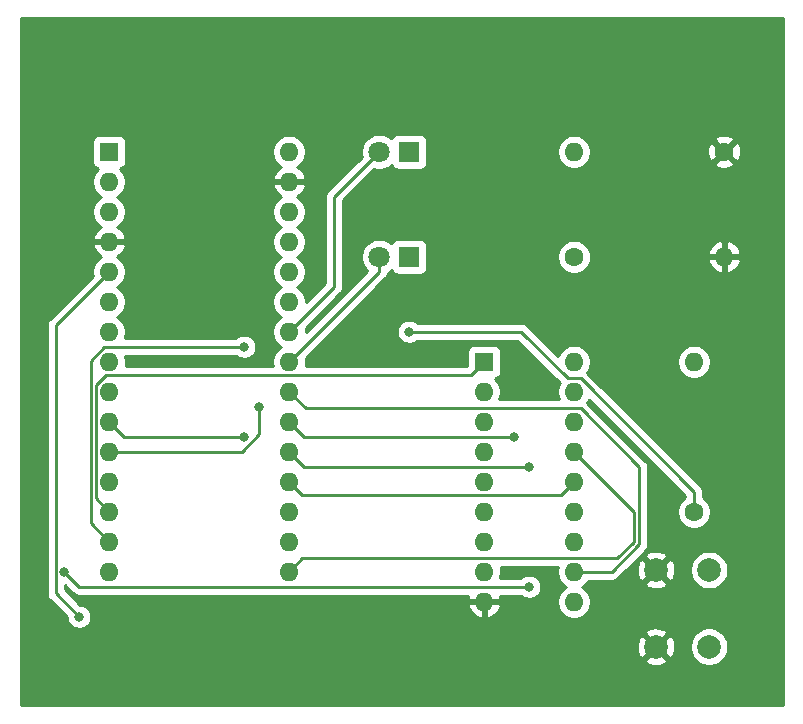
<source format=gbr>
%TF.GenerationSoftware,KiCad,Pcbnew,(5.1.10)-1*%
%TF.CreationDate,2021-07-06T22:39:24+01:00*%
%TF.ProjectId,2114_sram_tester,32313134-5f73-4726-916d-5f7465737465,rev?*%
%TF.SameCoordinates,Original*%
%TF.FileFunction,Copper,L1,Top*%
%TF.FilePolarity,Positive*%
%FSLAX46Y46*%
G04 Gerber Fmt 4.6, Leading zero omitted, Abs format (unit mm)*
G04 Created by KiCad (PCBNEW (5.1.10)-1) date 2021-07-06 22:39:24*
%MOMM*%
%LPD*%
G01*
G04 APERTURE LIST*
%TA.AperFunction,ComponentPad*%
%ADD10C,2.000000*%
%TD*%
%TA.AperFunction,ComponentPad*%
%ADD11O,1.600000X1.600000*%
%TD*%
%TA.AperFunction,ComponentPad*%
%ADD12C,1.600000*%
%TD*%
%TA.AperFunction,ComponentPad*%
%ADD13R,1.600000X1.600000*%
%TD*%
%TA.AperFunction,ComponentPad*%
%ADD14C,1.800000*%
%TD*%
%TA.AperFunction,ComponentPad*%
%ADD15R,1.800000X1.800000*%
%TD*%
%TA.AperFunction,ViaPad*%
%ADD16C,0.800000*%
%TD*%
%TA.AperFunction,Conductor*%
%ADD17C,0.250000*%
%TD*%
%TA.AperFunction,Conductor*%
%ADD18C,0.254000*%
%TD*%
%TA.AperFunction,Conductor*%
%ADD19C,0.100000*%
%TD*%
G04 APERTURE END LIST*
D10*
%TO.P,SW1,1*%
%TO.N,GND*%
X145360000Y-97640000D03*
%TO.P,SW1,2*%
%TO.N,Switch*%
X149860000Y-97640000D03*
%TO.P,SW1,1*%
%TO.N,GND*%
X145360000Y-104140000D03*
%TO.P,SW1,2*%
%TO.N,Switch*%
X149860000Y-104140000D03*
%TD*%
D11*
%TO.P,R3,2*%
%TO.N,5vPower*%
X148590000Y-80010000D03*
D12*
%TO.P,R3,1*%
%TO.N,Switch*%
X148590000Y-92710000D03*
%TD*%
D11*
%TO.P,R2,2*%
%TO.N,GND*%
X151130000Y-71120000D03*
D12*
%TO.P,R2,1*%
%TO.N,Net-(D2-Pad1)*%
X138430000Y-71120000D03*
%TD*%
D11*
%TO.P,R1,2*%
%TO.N,Net-(D1-Pad1)*%
X138430000Y-62230000D03*
D12*
%TO.P,R1,1*%
%TO.N,GND*%
X151130000Y-62230000D03*
%TD*%
D11*
%TO.P,A1,16*%
%TO.N,SRAM_A9*%
X114300000Y-97790000D03*
%TO.P,A1,15*%
%TO.N,SRAM_A8*%
X99060000Y-97790000D03*
%TO.P,A1,30*%
%TO.N,Net-(A1-Pad30)*%
X114300000Y-62230000D03*
%TO.P,A1,14*%
%TO.N,SRAM_A7*%
X99060000Y-95250000D03*
%TO.P,A1,29*%
%TO.N,GND*%
X114300000Y-64770000D03*
%TO.P,A1,13*%
%TO.N,SRAM_A6*%
X99060000Y-92710000D03*
%TO.P,A1,28*%
%TO.N,Net-(A1-Pad28)*%
X114300000Y-67310000D03*
%TO.P,A1,12*%
%TO.N,SRAM_A5*%
X99060000Y-90170000D03*
%TO.P,A1,27*%
%TO.N,5vPower*%
X114300000Y-69850000D03*
%TO.P,A1,11*%
%TO.N,SRAM_A4*%
X99060000Y-87630000D03*
%TO.P,A1,26*%
%TO.N,Net-(A1-Pad26)*%
X114300000Y-72390000D03*
%TO.P,A1,10*%
%TO.N,SRAM_A3*%
X99060000Y-85090000D03*
%TO.P,A1,25*%
%TO.N,Switch*%
X114300000Y-74930000D03*
%TO.P,A1,9*%
%TO.N,SRAM_A2*%
X99060000Y-82550000D03*
%TO.P,A1,24*%
%TO.N,Red_LED*%
X114300000Y-77470000D03*
%TO.P,A1,8*%
%TO.N,SRAM_A1*%
X99060000Y-80010000D03*
%TO.P,A1,23*%
%TO.N,Green_LED*%
X114300000Y-80010000D03*
%TO.P,A1,7*%
%TO.N,SRAM_A0*%
X99060000Y-77470000D03*
%TO.P,A1,22*%
%TO.N,Data_4*%
X114300000Y-82550000D03*
%TO.P,A1,6*%
%TO.N,Write_Enable*%
X99060000Y-74930000D03*
%TO.P,A1,21*%
%TO.N,Data_3*%
X114300000Y-85090000D03*
%TO.P,A1,5*%
%TO.N,Chip_Select*%
X99060000Y-72390000D03*
%TO.P,A1,20*%
%TO.N,Data_2*%
X114300000Y-87630000D03*
%TO.P,A1,4*%
%TO.N,GND*%
X99060000Y-69850000D03*
%TO.P,A1,19*%
%TO.N,Data_1*%
X114300000Y-90170000D03*
%TO.P,A1,3*%
%TO.N,Net-(A1-Pad3)*%
X99060000Y-67310000D03*
%TO.P,A1,18*%
%TO.N,Net-(A1-Pad18)*%
X114300000Y-92710000D03*
%TO.P,A1,2*%
%TO.N,Net-(A1-Pad2)*%
X99060000Y-64770000D03*
%TO.P,A1,17*%
%TO.N,Net-(A1-Pad17)*%
X114300000Y-95250000D03*
D13*
%TO.P,A1,1*%
%TO.N,Net-(A1-Pad1)*%
X99060000Y-62230000D03*
%TD*%
D11*
%TO.P,J1,18*%
%TO.N,5vPower*%
X138430000Y-80010000D03*
%TO.P,J1,9*%
%TO.N,GND*%
X130810000Y-100330000D03*
%TO.P,J1,17*%
%TO.N,SRAM_A7*%
X138430000Y-82550000D03*
%TO.P,J1,8*%
%TO.N,Chip_Select*%
X130810000Y-97790000D03*
%TO.P,J1,16*%
%TO.N,SRAM_A8*%
X138430000Y-85090000D03*
%TO.P,J1,7*%
%TO.N,SRAM_A2*%
X130810000Y-95250000D03*
%TO.P,J1,15*%
%TO.N,SRAM_A9*%
X138430000Y-87630000D03*
%TO.P,J1,6*%
%TO.N,SRAM_A1*%
X130810000Y-92710000D03*
%TO.P,J1,14*%
%TO.N,Data_1*%
X138430000Y-90170000D03*
%TO.P,J1,5*%
%TO.N,SRAM_A0*%
X130810000Y-90170000D03*
%TO.P,J1,13*%
%TO.N,Data_2*%
X138430000Y-92710000D03*
%TO.P,J1,4*%
%TO.N,SRAM_A3*%
X130810000Y-87630000D03*
%TO.P,J1,12*%
%TO.N,Data_3*%
X138430000Y-95250000D03*
%TO.P,J1,3*%
%TO.N,SRAM_A4*%
X130810000Y-85090000D03*
%TO.P,J1,11*%
%TO.N,Data_4*%
X138430000Y-97790000D03*
%TO.P,J1,2*%
%TO.N,SRAM_A5*%
X130810000Y-82550000D03*
%TO.P,J1,10*%
%TO.N,Write_Enable*%
X138430000Y-100330000D03*
D13*
%TO.P,J1,1*%
%TO.N,SRAM_A6*%
X130810000Y-80010000D03*
%TD*%
D14*
%TO.P,D2,2*%
%TO.N,Green_LED*%
X121920000Y-71120000D03*
D15*
%TO.P,D2,1*%
%TO.N,Net-(D2-Pad1)*%
X124460000Y-71120000D03*
%TD*%
D14*
%TO.P,D1,2*%
%TO.N,Red_LED*%
X121920000Y-62230000D03*
D15*
%TO.P,D1,1*%
%TO.N,Net-(D1-Pad1)*%
X124460000Y-62230000D03*
%TD*%
D16*
%TO.N,SRAM_A7*%
X110490000Y-78740000D03*
%TO.N,SRAM_A4*%
X111760000Y-83820000D03*
%TO.N,SRAM_A3*%
X110490000Y-86360000D03*
%TO.N,Write_Enable*%
X134620000Y-99060000D03*
X95250000Y-97790000D03*
%TO.N,Data_3*%
X133350000Y-86360000D03*
%TO.N,Chip_Select*%
X96520000Y-101600000D03*
%TO.N,Data_2*%
X134620000Y-88900000D03*
%TO.N,Switch*%
X124460000Y-77470000D03*
%TD*%
D17*
%TO.N,SRAM_A9*%
X115425001Y-96664999D02*
X142095001Y-96664999D01*
X114300000Y-97790000D02*
X115425001Y-96664999D01*
X142095001Y-96664999D02*
X143510000Y-95250000D01*
X143510000Y-92710000D02*
X138430000Y-87630000D01*
X143510000Y-95250000D02*
X143510000Y-92710000D01*
%TO.N,SRAM_A7*%
X98664998Y-78740000D02*
X110490000Y-78740000D01*
X97484990Y-79920008D02*
X98664998Y-78740000D01*
X97484990Y-93674990D02*
X97484990Y-79920008D01*
X99060000Y-95250000D02*
X97484990Y-93674990D01*
%TO.N,SRAM_A6*%
X97934999Y-91584999D02*
X99060000Y-92710000D01*
X97934999Y-82009999D02*
X97934999Y-91584999D01*
X98809997Y-81135001D02*
X97934999Y-82009999D01*
X129684999Y-81135001D02*
X98809997Y-81135001D01*
X130810000Y-80010000D02*
X129684999Y-81135001D01*
%TO.N,SRAM_A4*%
X110293002Y-87630000D02*
X99060000Y-87630000D01*
X111760000Y-86163002D02*
X110293002Y-87630000D01*
X111760000Y-83820000D02*
X111760000Y-86163002D01*
%TO.N,SRAM_A3*%
X100330000Y-86360000D02*
X99060000Y-85090000D01*
X110490000Y-86360000D02*
X100330000Y-86360000D01*
%TO.N,Red_LED*%
X118110000Y-73660000D02*
X114300000Y-77470000D01*
X118110000Y-66040000D02*
X121920000Y-62230000D01*
X118110000Y-73660000D02*
X118110000Y-66040000D01*
%TO.N,Green_LED*%
X114300000Y-80010000D02*
X121920000Y-72390000D01*
X121920000Y-72390000D02*
X121920000Y-71120000D01*
%TO.N,Data_4*%
X143960009Y-95436401D02*
X141606410Y-97790000D01*
X143960009Y-88955007D02*
X143960009Y-95436401D01*
X138970001Y-83964999D02*
X143960009Y-88955007D01*
X141606410Y-97790000D02*
X138430000Y-97790000D01*
X115714999Y-83964999D02*
X138970001Y-83964999D01*
X114300000Y-82550000D02*
X115714999Y-83964999D01*
%TO.N,Write_Enable*%
X96520000Y-99060000D02*
X95250000Y-97790000D01*
X134620000Y-99060000D02*
X96520000Y-99060000D01*
%TO.N,Data_3*%
X115570000Y-86360000D02*
X133350000Y-86360000D01*
X114300000Y-85090000D02*
X115570000Y-86360000D01*
%TO.N,Chip_Select*%
X94524999Y-76925001D02*
X99060000Y-72390000D01*
X94524999Y-99604999D02*
X94524999Y-76925001D01*
X96520000Y-101600000D02*
X94524999Y-99604999D01*
%TO.N,Data_2*%
X115570000Y-88900000D02*
X134620000Y-88900000D01*
X114300000Y-87630000D02*
X115570000Y-88900000D01*
%TO.N,Data_1*%
X137304999Y-91295001D02*
X138430000Y-90170000D01*
X115425001Y-91295001D02*
X137304999Y-91295001D01*
X114300000Y-90170000D02*
X115425001Y-91295001D01*
%TO.N,Switch*%
X133935000Y-77470000D02*
X124460000Y-77470000D01*
X137889999Y-81424999D02*
X133935000Y-77470000D01*
X138970001Y-81424999D02*
X137889999Y-81424999D01*
X148590000Y-91044998D02*
X138970001Y-81424999D01*
X148590000Y-92710000D02*
X148590000Y-91044998D01*
%TD*%
D18*
%TO.N,GND*%
X156083000Y-109093000D02*
X91567000Y-109093000D01*
X91567000Y-105275413D01*
X144404192Y-105275413D01*
X144499956Y-105539814D01*
X144789571Y-105680704D01*
X145101108Y-105762384D01*
X145422595Y-105781718D01*
X145741675Y-105737961D01*
X146046088Y-105632795D01*
X146220044Y-105539814D01*
X146315808Y-105275413D01*
X145360000Y-104319605D01*
X144404192Y-105275413D01*
X91567000Y-105275413D01*
X91567000Y-104202595D01*
X143718282Y-104202595D01*
X143762039Y-104521675D01*
X143867205Y-104826088D01*
X143960186Y-105000044D01*
X144224587Y-105095808D01*
X145180395Y-104140000D01*
X145539605Y-104140000D01*
X146495413Y-105095808D01*
X146759814Y-105000044D01*
X146900704Y-104710429D01*
X146982384Y-104398892D01*
X147001718Y-104077405D01*
X146988219Y-103978967D01*
X148225000Y-103978967D01*
X148225000Y-104301033D01*
X148287832Y-104616912D01*
X148411082Y-104914463D01*
X148590013Y-105182252D01*
X148817748Y-105409987D01*
X149085537Y-105588918D01*
X149383088Y-105712168D01*
X149698967Y-105775000D01*
X150021033Y-105775000D01*
X150336912Y-105712168D01*
X150634463Y-105588918D01*
X150902252Y-105409987D01*
X151129987Y-105182252D01*
X151308918Y-104914463D01*
X151432168Y-104616912D01*
X151495000Y-104301033D01*
X151495000Y-103978967D01*
X151432168Y-103663088D01*
X151308918Y-103365537D01*
X151129987Y-103097748D01*
X150902252Y-102870013D01*
X150634463Y-102691082D01*
X150336912Y-102567832D01*
X150021033Y-102505000D01*
X149698967Y-102505000D01*
X149383088Y-102567832D01*
X149085537Y-102691082D01*
X148817748Y-102870013D01*
X148590013Y-103097748D01*
X148411082Y-103365537D01*
X148287832Y-103663088D01*
X148225000Y-103978967D01*
X146988219Y-103978967D01*
X146957961Y-103758325D01*
X146852795Y-103453912D01*
X146759814Y-103279956D01*
X146495413Y-103184192D01*
X145539605Y-104140000D01*
X145180395Y-104140000D01*
X144224587Y-103184192D01*
X143960186Y-103279956D01*
X143819296Y-103569571D01*
X143737616Y-103881108D01*
X143718282Y-104202595D01*
X91567000Y-104202595D01*
X91567000Y-103004587D01*
X144404192Y-103004587D01*
X145360000Y-103960395D01*
X146315808Y-103004587D01*
X146220044Y-102740186D01*
X145930429Y-102599296D01*
X145618892Y-102517616D01*
X145297405Y-102498282D01*
X144978325Y-102542039D01*
X144673912Y-102647205D01*
X144499956Y-102740186D01*
X144404192Y-103004587D01*
X91567000Y-103004587D01*
X91567000Y-76925001D01*
X93761323Y-76925001D01*
X93765000Y-76962334D01*
X93764999Y-99567677D01*
X93761323Y-99604999D01*
X93764999Y-99642321D01*
X93764999Y-99642331D01*
X93775996Y-99753984D01*
X93819453Y-99897245D01*
X93890025Y-100029275D01*
X93911323Y-100055226D01*
X93984998Y-100145000D01*
X94014001Y-100168803D01*
X95485000Y-101639802D01*
X95485000Y-101701939D01*
X95524774Y-101901898D01*
X95602795Y-102090256D01*
X95716063Y-102259774D01*
X95860226Y-102403937D01*
X96029744Y-102517205D01*
X96218102Y-102595226D01*
X96418061Y-102635000D01*
X96621939Y-102635000D01*
X96821898Y-102595226D01*
X97010256Y-102517205D01*
X97179774Y-102403937D01*
X97323937Y-102259774D01*
X97437205Y-102090256D01*
X97515226Y-101901898D01*
X97555000Y-101701939D01*
X97555000Y-101498061D01*
X97515226Y-101298102D01*
X97437205Y-101109744D01*
X97323937Y-100940226D01*
X97179774Y-100796063D01*
X97010256Y-100682795D01*
X97001189Y-100679039D01*
X129418096Y-100679039D01*
X129458754Y-100813087D01*
X129578963Y-101067420D01*
X129746481Y-101293414D01*
X129954869Y-101482385D01*
X130196119Y-101627070D01*
X130460960Y-101721909D01*
X130683000Y-101600624D01*
X130683000Y-100457000D01*
X130937000Y-100457000D01*
X130937000Y-101600624D01*
X131159040Y-101721909D01*
X131423881Y-101627070D01*
X131665131Y-101482385D01*
X131873519Y-101293414D01*
X132041037Y-101067420D01*
X132161246Y-100813087D01*
X132201904Y-100679039D01*
X132079915Y-100457000D01*
X130937000Y-100457000D01*
X130683000Y-100457000D01*
X129540085Y-100457000D01*
X129418096Y-100679039D01*
X97001189Y-100679039D01*
X96821898Y-100604774D01*
X96621939Y-100565000D01*
X96559802Y-100565000D01*
X95284999Y-99290198D01*
X95284999Y-98899800D01*
X95956201Y-99571003D01*
X95979999Y-99600001D01*
X96095724Y-99694974D01*
X96227753Y-99765546D01*
X96371014Y-99809003D01*
X96482667Y-99820000D01*
X96482676Y-99820000D01*
X96519999Y-99823676D01*
X96557322Y-99820000D01*
X129471474Y-99820000D01*
X129458754Y-99846913D01*
X129418096Y-99980961D01*
X129540085Y-100203000D01*
X130683000Y-100203000D01*
X130683000Y-100183000D01*
X130937000Y-100183000D01*
X130937000Y-100203000D01*
X132079915Y-100203000D01*
X132201904Y-99980961D01*
X132161246Y-99846913D01*
X132148526Y-99820000D01*
X133916289Y-99820000D01*
X133960226Y-99863937D01*
X134129744Y-99977205D01*
X134318102Y-100055226D01*
X134518061Y-100095000D01*
X134721939Y-100095000D01*
X134921898Y-100055226D01*
X135110256Y-99977205D01*
X135279774Y-99863937D01*
X135423937Y-99719774D01*
X135537205Y-99550256D01*
X135615226Y-99361898D01*
X135655000Y-99161939D01*
X135655000Y-98958061D01*
X135615226Y-98758102D01*
X135537205Y-98569744D01*
X135423937Y-98400226D01*
X135279774Y-98256063D01*
X135110256Y-98142795D01*
X134921898Y-98064774D01*
X134721939Y-98025000D01*
X134518061Y-98025000D01*
X134318102Y-98064774D01*
X134129744Y-98142795D01*
X133960226Y-98256063D01*
X133916289Y-98300000D01*
X132151983Y-98300000D01*
X132189853Y-98208574D01*
X132245000Y-97931335D01*
X132245000Y-97648665D01*
X132200509Y-97424999D01*
X137039491Y-97424999D01*
X136995000Y-97648665D01*
X136995000Y-97931335D01*
X137050147Y-98208574D01*
X137158320Y-98469727D01*
X137315363Y-98704759D01*
X137515241Y-98904637D01*
X137747759Y-99060000D01*
X137515241Y-99215363D01*
X137315363Y-99415241D01*
X137158320Y-99650273D01*
X137050147Y-99911426D01*
X136995000Y-100188665D01*
X136995000Y-100471335D01*
X137050147Y-100748574D01*
X137158320Y-101009727D01*
X137315363Y-101244759D01*
X137515241Y-101444637D01*
X137750273Y-101601680D01*
X138011426Y-101709853D01*
X138288665Y-101765000D01*
X138571335Y-101765000D01*
X138848574Y-101709853D01*
X139109727Y-101601680D01*
X139344759Y-101444637D01*
X139544637Y-101244759D01*
X139701680Y-101009727D01*
X139809853Y-100748574D01*
X139865000Y-100471335D01*
X139865000Y-100188665D01*
X139809853Y-99911426D01*
X139701680Y-99650273D01*
X139544637Y-99415241D01*
X139344759Y-99215363D01*
X139112241Y-99060000D01*
X139344759Y-98904637D01*
X139473983Y-98775413D01*
X144404192Y-98775413D01*
X144499956Y-99039814D01*
X144789571Y-99180704D01*
X145101108Y-99262384D01*
X145422595Y-99281718D01*
X145741675Y-99237961D01*
X146046088Y-99132795D01*
X146220044Y-99039814D01*
X146315808Y-98775413D01*
X145360000Y-97819605D01*
X144404192Y-98775413D01*
X139473983Y-98775413D01*
X139544637Y-98704759D01*
X139648043Y-98550000D01*
X141569088Y-98550000D01*
X141606410Y-98553676D01*
X141643732Y-98550000D01*
X141643743Y-98550000D01*
X141755396Y-98539003D01*
X141898657Y-98495546D01*
X142030686Y-98424974D01*
X142146411Y-98330001D01*
X142170214Y-98300997D01*
X142768616Y-97702595D01*
X143718282Y-97702595D01*
X143762039Y-98021675D01*
X143867205Y-98326088D01*
X143960186Y-98500044D01*
X144224587Y-98595808D01*
X145180395Y-97640000D01*
X145539605Y-97640000D01*
X146495413Y-98595808D01*
X146759814Y-98500044D01*
X146900704Y-98210429D01*
X146982384Y-97898892D01*
X147001718Y-97577405D01*
X146988219Y-97478967D01*
X148225000Y-97478967D01*
X148225000Y-97801033D01*
X148287832Y-98116912D01*
X148411082Y-98414463D01*
X148590013Y-98682252D01*
X148817748Y-98909987D01*
X149085537Y-99088918D01*
X149383088Y-99212168D01*
X149698967Y-99275000D01*
X150021033Y-99275000D01*
X150336912Y-99212168D01*
X150634463Y-99088918D01*
X150902252Y-98909987D01*
X151129987Y-98682252D01*
X151308918Y-98414463D01*
X151432168Y-98116912D01*
X151495000Y-97801033D01*
X151495000Y-97478967D01*
X151432168Y-97163088D01*
X151308918Y-96865537D01*
X151129987Y-96597748D01*
X150902252Y-96370013D01*
X150634463Y-96191082D01*
X150336912Y-96067832D01*
X150021033Y-96005000D01*
X149698967Y-96005000D01*
X149383088Y-96067832D01*
X149085537Y-96191082D01*
X148817748Y-96370013D01*
X148590013Y-96597748D01*
X148411082Y-96865537D01*
X148287832Y-97163088D01*
X148225000Y-97478967D01*
X146988219Y-97478967D01*
X146957961Y-97258325D01*
X146852795Y-96953912D01*
X146759814Y-96779956D01*
X146495413Y-96684192D01*
X145539605Y-97640000D01*
X145180395Y-97640000D01*
X144224587Y-96684192D01*
X143960186Y-96779956D01*
X143819296Y-97069571D01*
X143737616Y-97381108D01*
X143718282Y-97702595D01*
X142768616Y-97702595D01*
X143966624Y-96504587D01*
X144404192Y-96504587D01*
X145360000Y-97460395D01*
X146315808Y-96504587D01*
X146220044Y-96240186D01*
X145930429Y-96099296D01*
X145618892Y-96017616D01*
X145297405Y-95998282D01*
X144978325Y-96042039D01*
X144673912Y-96147205D01*
X144499956Y-96240186D01*
X144404192Y-96504587D01*
X143966624Y-96504587D01*
X144471012Y-96000200D01*
X144500010Y-95976402D01*
X144594983Y-95860677D01*
X144665555Y-95728648D01*
X144709012Y-95585387D01*
X144720009Y-95473734D01*
X144723686Y-95436401D01*
X144720009Y-95399068D01*
X144720009Y-88992329D01*
X144723685Y-88955007D01*
X144720009Y-88917684D01*
X144720009Y-88917674D01*
X144709012Y-88806021D01*
X144665555Y-88662760D01*
X144630994Y-88598102D01*
X144594983Y-88530730D01*
X144523808Y-88444004D01*
X144500010Y-88415006D01*
X144471013Y-88391209D01*
X139544600Y-83464796D01*
X139544637Y-83464759D01*
X139700978Y-83230777D01*
X147830001Y-91359801D01*
X147830001Y-91491956D01*
X147675241Y-91595363D01*
X147475363Y-91795241D01*
X147318320Y-92030273D01*
X147210147Y-92291426D01*
X147155000Y-92568665D01*
X147155000Y-92851335D01*
X147210147Y-93128574D01*
X147318320Y-93389727D01*
X147475363Y-93624759D01*
X147675241Y-93824637D01*
X147910273Y-93981680D01*
X148171426Y-94089853D01*
X148448665Y-94145000D01*
X148731335Y-94145000D01*
X149008574Y-94089853D01*
X149269727Y-93981680D01*
X149504759Y-93824637D01*
X149704637Y-93624759D01*
X149861680Y-93389727D01*
X149969853Y-93128574D01*
X150025000Y-92851335D01*
X150025000Y-92568665D01*
X149969853Y-92291426D01*
X149861680Y-92030273D01*
X149704637Y-91795241D01*
X149504759Y-91595363D01*
X149350000Y-91491957D01*
X149350000Y-91082320D01*
X149353676Y-91044997D01*
X149350000Y-91007674D01*
X149350000Y-91007665D01*
X149339003Y-90896012D01*
X149295546Y-90752751D01*
X149224974Y-90620721D01*
X149153799Y-90533995D01*
X149130001Y-90504997D01*
X149101003Y-90481199D01*
X139544600Y-80924796D01*
X139544637Y-80924759D01*
X139701680Y-80689727D01*
X139809853Y-80428574D01*
X139865000Y-80151335D01*
X139865000Y-79868665D01*
X147155000Y-79868665D01*
X147155000Y-80151335D01*
X147210147Y-80428574D01*
X147318320Y-80689727D01*
X147475363Y-80924759D01*
X147675241Y-81124637D01*
X147910273Y-81281680D01*
X148171426Y-81389853D01*
X148448665Y-81445000D01*
X148731335Y-81445000D01*
X149008574Y-81389853D01*
X149269727Y-81281680D01*
X149504759Y-81124637D01*
X149704637Y-80924759D01*
X149861680Y-80689727D01*
X149969853Y-80428574D01*
X150025000Y-80151335D01*
X150025000Y-79868665D01*
X149969853Y-79591426D01*
X149861680Y-79330273D01*
X149704637Y-79095241D01*
X149504759Y-78895363D01*
X149269727Y-78738320D01*
X149008574Y-78630147D01*
X148731335Y-78575000D01*
X148448665Y-78575000D01*
X148171426Y-78630147D01*
X147910273Y-78738320D01*
X147675241Y-78895363D01*
X147475363Y-79095241D01*
X147318320Y-79330273D01*
X147210147Y-79591426D01*
X147155000Y-79868665D01*
X139865000Y-79868665D01*
X139809853Y-79591426D01*
X139701680Y-79330273D01*
X139544637Y-79095241D01*
X139344759Y-78895363D01*
X139109727Y-78738320D01*
X138848574Y-78630147D01*
X138571335Y-78575000D01*
X138288665Y-78575000D01*
X138011426Y-78630147D01*
X137750273Y-78738320D01*
X137515241Y-78895363D01*
X137315363Y-79095241D01*
X137158320Y-79330273D01*
X137073895Y-79534093D01*
X134498804Y-76959003D01*
X134475001Y-76929999D01*
X134359276Y-76835026D01*
X134227247Y-76764454D01*
X134083986Y-76720997D01*
X133972333Y-76710000D01*
X133972322Y-76710000D01*
X133935000Y-76706324D01*
X133897678Y-76710000D01*
X125163711Y-76710000D01*
X125119774Y-76666063D01*
X124950256Y-76552795D01*
X124761898Y-76474774D01*
X124561939Y-76435000D01*
X124358061Y-76435000D01*
X124158102Y-76474774D01*
X123969744Y-76552795D01*
X123800226Y-76666063D01*
X123656063Y-76810226D01*
X123542795Y-76979744D01*
X123464774Y-77168102D01*
X123425000Y-77368061D01*
X123425000Y-77571939D01*
X123464774Y-77771898D01*
X123542795Y-77960256D01*
X123656063Y-78129774D01*
X123800226Y-78273937D01*
X123969744Y-78387205D01*
X124158102Y-78465226D01*
X124358061Y-78505000D01*
X124561939Y-78505000D01*
X124761898Y-78465226D01*
X124950256Y-78387205D01*
X125119774Y-78273937D01*
X125163711Y-78230000D01*
X133620199Y-78230000D01*
X137199236Y-81809038D01*
X137158320Y-81870273D01*
X137050147Y-82131426D01*
X136995000Y-82408665D01*
X136995000Y-82691335D01*
X137050147Y-82968574D01*
X137148077Y-83204999D01*
X132091923Y-83204999D01*
X132189853Y-82968574D01*
X132245000Y-82691335D01*
X132245000Y-82408665D01*
X132189853Y-82131426D01*
X132081680Y-81870273D01*
X131924637Y-81635241D01*
X131726039Y-81436643D01*
X131734482Y-81435812D01*
X131854180Y-81399502D01*
X131964494Y-81340537D01*
X132061185Y-81261185D01*
X132140537Y-81164494D01*
X132199502Y-81054180D01*
X132235812Y-80934482D01*
X132248072Y-80810000D01*
X132248072Y-79210000D01*
X132235812Y-79085518D01*
X132199502Y-78965820D01*
X132140537Y-78855506D01*
X132061185Y-78758815D01*
X131964494Y-78679463D01*
X131854180Y-78620498D01*
X131734482Y-78584188D01*
X131610000Y-78571928D01*
X130010000Y-78571928D01*
X129885518Y-78584188D01*
X129765820Y-78620498D01*
X129655506Y-78679463D01*
X129558815Y-78758815D01*
X129479463Y-78855506D01*
X129420498Y-78965820D01*
X129384188Y-79085518D01*
X129371928Y-79210000D01*
X129371928Y-80373271D01*
X129370198Y-80375001D01*
X115690509Y-80375001D01*
X115735000Y-80151335D01*
X115735000Y-79868665D01*
X115698688Y-79686113D01*
X122431004Y-72953798D01*
X122460001Y-72930001D01*
X122554974Y-72814276D01*
X122625546Y-72682247D01*
X122669003Y-72538986D01*
X122676734Y-72460495D01*
X122898505Y-72312312D01*
X122964944Y-72245873D01*
X122970498Y-72264180D01*
X123029463Y-72374494D01*
X123108815Y-72471185D01*
X123205506Y-72550537D01*
X123315820Y-72609502D01*
X123435518Y-72645812D01*
X123560000Y-72658072D01*
X125360000Y-72658072D01*
X125484482Y-72645812D01*
X125604180Y-72609502D01*
X125714494Y-72550537D01*
X125811185Y-72471185D01*
X125890537Y-72374494D01*
X125949502Y-72264180D01*
X125985812Y-72144482D01*
X125998072Y-72020000D01*
X125998072Y-70978665D01*
X136995000Y-70978665D01*
X136995000Y-71261335D01*
X137050147Y-71538574D01*
X137158320Y-71799727D01*
X137315363Y-72034759D01*
X137515241Y-72234637D01*
X137750273Y-72391680D01*
X138011426Y-72499853D01*
X138288665Y-72555000D01*
X138571335Y-72555000D01*
X138848574Y-72499853D01*
X139109727Y-72391680D01*
X139344759Y-72234637D01*
X139544637Y-72034759D01*
X139701680Y-71799727D01*
X139809853Y-71538574D01*
X139823684Y-71469039D01*
X149738096Y-71469039D01*
X149778754Y-71603087D01*
X149898963Y-71857420D01*
X150066481Y-72083414D01*
X150274869Y-72272385D01*
X150516119Y-72417070D01*
X150780960Y-72511909D01*
X151003000Y-72390624D01*
X151003000Y-71247000D01*
X151257000Y-71247000D01*
X151257000Y-72390624D01*
X151479040Y-72511909D01*
X151743881Y-72417070D01*
X151985131Y-72272385D01*
X152193519Y-72083414D01*
X152361037Y-71857420D01*
X152481246Y-71603087D01*
X152521904Y-71469039D01*
X152399915Y-71247000D01*
X151257000Y-71247000D01*
X151003000Y-71247000D01*
X149860085Y-71247000D01*
X149738096Y-71469039D01*
X139823684Y-71469039D01*
X139865000Y-71261335D01*
X139865000Y-70978665D01*
X139823685Y-70770961D01*
X149738096Y-70770961D01*
X149860085Y-70993000D01*
X151003000Y-70993000D01*
X151003000Y-69849376D01*
X151257000Y-69849376D01*
X151257000Y-70993000D01*
X152399915Y-70993000D01*
X152521904Y-70770961D01*
X152481246Y-70636913D01*
X152361037Y-70382580D01*
X152193519Y-70156586D01*
X151985131Y-69967615D01*
X151743881Y-69822930D01*
X151479040Y-69728091D01*
X151257000Y-69849376D01*
X151003000Y-69849376D01*
X150780960Y-69728091D01*
X150516119Y-69822930D01*
X150274869Y-69967615D01*
X150066481Y-70156586D01*
X149898963Y-70382580D01*
X149778754Y-70636913D01*
X149738096Y-70770961D01*
X139823685Y-70770961D01*
X139809853Y-70701426D01*
X139701680Y-70440273D01*
X139544637Y-70205241D01*
X139344759Y-70005363D01*
X139109727Y-69848320D01*
X138848574Y-69740147D01*
X138571335Y-69685000D01*
X138288665Y-69685000D01*
X138011426Y-69740147D01*
X137750273Y-69848320D01*
X137515241Y-70005363D01*
X137315363Y-70205241D01*
X137158320Y-70440273D01*
X137050147Y-70701426D01*
X136995000Y-70978665D01*
X125998072Y-70978665D01*
X125998072Y-70220000D01*
X125985812Y-70095518D01*
X125949502Y-69975820D01*
X125890537Y-69865506D01*
X125811185Y-69768815D01*
X125714494Y-69689463D01*
X125604180Y-69630498D01*
X125484482Y-69594188D01*
X125360000Y-69581928D01*
X123560000Y-69581928D01*
X123435518Y-69594188D01*
X123315820Y-69630498D01*
X123205506Y-69689463D01*
X123108815Y-69768815D01*
X123029463Y-69865506D01*
X122970498Y-69975820D01*
X122964944Y-69994127D01*
X122898505Y-69927688D01*
X122647095Y-69759701D01*
X122367743Y-69643989D01*
X122071184Y-69585000D01*
X121768816Y-69585000D01*
X121472257Y-69643989D01*
X121192905Y-69759701D01*
X120941495Y-69927688D01*
X120727688Y-70141495D01*
X120559701Y-70392905D01*
X120443989Y-70672257D01*
X120385000Y-70968816D01*
X120385000Y-71271184D01*
X120443989Y-71567743D01*
X120559701Y-71847095D01*
X120727688Y-72098505D01*
X120932191Y-72303008D01*
X115735000Y-77500199D01*
X115735000Y-77328665D01*
X115698688Y-77146113D01*
X118621004Y-74223798D01*
X118650001Y-74200001D01*
X118744974Y-74084276D01*
X118815546Y-73952247D01*
X118859003Y-73808986D01*
X118870000Y-73697333D01*
X118870000Y-73697325D01*
X118873676Y-73660000D01*
X118870000Y-73622675D01*
X118870000Y-66354801D01*
X121511070Y-63713731D01*
X121768816Y-63765000D01*
X122071184Y-63765000D01*
X122367743Y-63706011D01*
X122647095Y-63590299D01*
X122898505Y-63422312D01*
X122964944Y-63355873D01*
X122970498Y-63374180D01*
X123029463Y-63484494D01*
X123108815Y-63581185D01*
X123205506Y-63660537D01*
X123315820Y-63719502D01*
X123435518Y-63755812D01*
X123560000Y-63768072D01*
X125360000Y-63768072D01*
X125484482Y-63755812D01*
X125604180Y-63719502D01*
X125714494Y-63660537D01*
X125811185Y-63581185D01*
X125890537Y-63484494D01*
X125949502Y-63374180D01*
X125985812Y-63254482D01*
X125998072Y-63130000D01*
X125998072Y-62088665D01*
X136995000Y-62088665D01*
X136995000Y-62371335D01*
X137050147Y-62648574D01*
X137158320Y-62909727D01*
X137315363Y-63144759D01*
X137515241Y-63344637D01*
X137750273Y-63501680D01*
X138011426Y-63609853D01*
X138288665Y-63665000D01*
X138571335Y-63665000D01*
X138848574Y-63609853D01*
X139109727Y-63501680D01*
X139344759Y-63344637D01*
X139466694Y-63222702D01*
X150316903Y-63222702D01*
X150388486Y-63466671D01*
X150643996Y-63587571D01*
X150918184Y-63656300D01*
X151200512Y-63670217D01*
X151480130Y-63628787D01*
X151746292Y-63533603D01*
X151871514Y-63466671D01*
X151943097Y-63222702D01*
X151130000Y-62409605D01*
X150316903Y-63222702D01*
X139466694Y-63222702D01*
X139544637Y-63144759D01*
X139701680Y-62909727D01*
X139809853Y-62648574D01*
X139865000Y-62371335D01*
X139865000Y-62300512D01*
X149689783Y-62300512D01*
X149731213Y-62580130D01*
X149826397Y-62846292D01*
X149893329Y-62971514D01*
X150137298Y-63043097D01*
X150950395Y-62230000D01*
X151309605Y-62230000D01*
X152122702Y-63043097D01*
X152366671Y-62971514D01*
X152487571Y-62716004D01*
X152556300Y-62441816D01*
X152570217Y-62159488D01*
X152528787Y-61879870D01*
X152433603Y-61613708D01*
X152366671Y-61488486D01*
X152122702Y-61416903D01*
X151309605Y-62230000D01*
X150950395Y-62230000D01*
X150137298Y-61416903D01*
X149893329Y-61488486D01*
X149772429Y-61743996D01*
X149703700Y-62018184D01*
X149689783Y-62300512D01*
X139865000Y-62300512D01*
X139865000Y-62088665D01*
X139809853Y-61811426D01*
X139701680Y-61550273D01*
X139544637Y-61315241D01*
X139466694Y-61237298D01*
X150316903Y-61237298D01*
X151130000Y-62050395D01*
X151943097Y-61237298D01*
X151871514Y-60993329D01*
X151616004Y-60872429D01*
X151341816Y-60803700D01*
X151059488Y-60789783D01*
X150779870Y-60831213D01*
X150513708Y-60926397D01*
X150388486Y-60993329D01*
X150316903Y-61237298D01*
X139466694Y-61237298D01*
X139344759Y-61115363D01*
X139109727Y-60958320D01*
X138848574Y-60850147D01*
X138571335Y-60795000D01*
X138288665Y-60795000D01*
X138011426Y-60850147D01*
X137750273Y-60958320D01*
X137515241Y-61115363D01*
X137315363Y-61315241D01*
X137158320Y-61550273D01*
X137050147Y-61811426D01*
X136995000Y-62088665D01*
X125998072Y-62088665D01*
X125998072Y-61330000D01*
X125985812Y-61205518D01*
X125949502Y-61085820D01*
X125890537Y-60975506D01*
X125811185Y-60878815D01*
X125714494Y-60799463D01*
X125604180Y-60740498D01*
X125484482Y-60704188D01*
X125360000Y-60691928D01*
X123560000Y-60691928D01*
X123435518Y-60704188D01*
X123315820Y-60740498D01*
X123205506Y-60799463D01*
X123108815Y-60878815D01*
X123029463Y-60975506D01*
X122970498Y-61085820D01*
X122964944Y-61104127D01*
X122898505Y-61037688D01*
X122647095Y-60869701D01*
X122367743Y-60753989D01*
X122071184Y-60695000D01*
X121768816Y-60695000D01*
X121472257Y-60753989D01*
X121192905Y-60869701D01*
X120941495Y-61037688D01*
X120727688Y-61251495D01*
X120559701Y-61502905D01*
X120443989Y-61782257D01*
X120385000Y-62078816D01*
X120385000Y-62381184D01*
X120436269Y-62638930D01*
X117598998Y-65476201D01*
X117570000Y-65499999D01*
X117546202Y-65528997D01*
X117546201Y-65528998D01*
X117475026Y-65615724D01*
X117404454Y-65747754D01*
X117374180Y-65847558D01*
X117362933Y-65884637D01*
X117360998Y-65891015D01*
X117346324Y-66040000D01*
X117350001Y-66077332D01*
X117350000Y-73345198D01*
X115735000Y-74960198D01*
X115735000Y-74788665D01*
X115679853Y-74511426D01*
X115571680Y-74250273D01*
X115414637Y-74015241D01*
X115214759Y-73815363D01*
X114982241Y-73660000D01*
X115214759Y-73504637D01*
X115414637Y-73304759D01*
X115571680Y-73069727D01*
X115679853Y-72808574D01*
X115735000Y-72531335D01*
X115735000Y-72248665D01*
X115679853Y-71971426D01*
X115571680Y-71710273D01*
X115414637Y-71475241D01*
X115214759Y-71275363D01*
X114982241Y-71120000D01*
X115214759Y-70964637D01*
X115414637Y-70764759D01*
X115571680Y-70529727D01*
X115679853Y-70268574D01*
X115735000Y-69991335D01*
X115735000Y-69708665D01*
X115679853Y-69431426D01*
X115571680Y-69170273D01*
X115414637Y-68935241D01*
X115214759Y-68735363D01*
X114982241Y-68580000D01*
X115214759Y-68424637D01*
X115414637Y-68224759D01*
X115571680Y-67989727D01*
X115679853Y-67728574D01*
X115735000Y-67451335D01*
X115735000Y-67168665D01*
X115679853Y-66891426D01*
X115571680Y-66630273D01*
X115414637Y-66395241D01*
X115214759Y-66195363D01*
X114979727Y-66038320D01*
X114969135Y-66033933D01*
X115155131Y-65922385D01*
X115363519Y-65733414D01*
X115531037Y-65507420D01*
X115651246Y-65253087D01*
X115691904Y-65119039D01*
X115569915Y-64897000D01*
X114427000Y-64897000D01*
X114427000Y-64917000D01*
X114173000Y-64917000D01*
X114173000Y-64897000D01*
X113030085Y-64897000D01*
X112908096Y-65119039D01*
X112948754Y-65253087D01*
X113068963Y-65507420D01*
X113236481Y-65733414D01*
X113444869Y-65922385D01*
X113630865Y-66033933D01*
X113620273Y-66038320D01*
X113385241Y-66195363D01*
X113185363Y-66395241D01*
X113028320Y-66630273D01*
X112920147Y-66891426D01*
X112865000Y-67168665D01*
X112865000Y-67451335D01*
X112920147Y-67728574D01*
X113028320Y-67989727D01*
X113185363Y-68224759D01*
X113385241Y-68424637D01*
X113617759Y-68580000D01*
X113385241Y-68735363D01*
X113185363Y-68935241D01*
X113028320Y-69170273D01*
X112920147Y-69431426D01*
X112865000Y-69708665D01*
X112865000Y-69991335D01*
X112920147Y-70268574D01*
X113028320Y-70529727D01*
X113185363Y-70764759D01*
X113385241Y-70964637D01*
X113617759Y-71120000D01*
X113385241Y-71275363D01*
X113185363Y-71475241D01*
X113028320Y-71710273D01*
X112920147Y-71971426D01*
X112865000Y-72248665D01*
X112865000Y-72531335D01*
X112920147Y-72808574D01*
X113028320Y-73069727D01*
X113185363Y-73304759D01*
X113385241Y-73504637D01*
X113617759Y-73660000D01*
X113385241Y-73815363D01*
X113185363Y-74015241D01*
X113028320Y-74250273D01*
X112920147Y-74511426D01*
X112865000Y-74788665D01*
X112865000Y-75071335D01*
X112920147Y-75348574D01*
X113028320Y-75609727D01*
X113185363Y-75844759D01*
X113385241Y-76044637D01*
X113617759Y-76200000D01*
X113385241Y-76355363D01*
X113185363Y-76555241D01*
X113028320Y-76790273D01*
X112920147Y-77051426D01*
X112865000Y-77328665D01*
X112865000Y-77611335D01*
X112920147Y-77888574D01*
X113028320Y-78149727D01*
X113185363Y-78384759D01*
X113385241Y-78584637D01*
X113617759Y-78740000D01*
X113385241Y-78895363D01*
X113185363Y-79095241D01*
X113028320Y-79330273D01*
X112920147Y-79591426D01*
X112865000Y-79868665D01*
X112865000Y-80151335D01*
X112909491Y-80375001D01*
X100450509Y-80375001D01*
X100495000Y-80151335D01*
X100495000Y-79868665D01*
X100439853Y-79591426D01*
X100401983Y-79500000D01*
X109786289Y-79500000D01*
X109830226Y-79543937D01*
X109999744Y-79657205D01*
X110188102Y-79735226D01*
X110388061Y-79775000D01*
X110591939Y-79775000D01*
X110791898Y-79735226D01*
X110980256Y-79657205D01*
X111149774Y-79543937D01*
X111293937Y-79399774D01*
X111407205Y-79230256D01*
X111485226Y-79041898D01*
X111525000Y-78841939D01*
X111525000Y-78638061D01*
X111485226Y-78438102D01*
X111407205Y-78249744D01*
X111293937Y-78080226D01*
X111149774Y-77936063D01*
X110980256Y-77822795D01*
X110791898Y-77744774D01*
X110591939Y-77705000D01*
X110388061Y-77705000D01*
X110188102Y-77744774D01*
X109999744Y-77822795D01*
X109830226Y-77936063D01*
X109786289Y-77980000D01*
X100401983Y-77980000D01*
X100439853Y-77888574D01*
X100495000Y-77611335D01*
X100495000Y-77328665D01*
X100439853Y-77051426D01*
X100331680Y-76790273D01*
X100174637Y-76555241D01*
X99974759Y-76355363D01*
X99742241Y-76200000D01*
X99974759Y-76044637D01*
X100174637Y-75844759D01*
X100331680Y-75609727D01*
X100439853Y-75348574D01*
X100495000Y-75071335D01*
X100495000Y-74788665D01*
X100439853Y-74511426D01*
X100331680Y-74250273D01*
X100174637Y-74015241D01*
X99974759Y-73815363D01*
X99742241Y-73660000D01*
X99974759Y-73504637D01*
X100174637Y-73304759D01*
X100331680Y-73069727D01*
X100439853Y-72808574D01*
X100495000Y-72531335D01*
X100495000Y-72248665D01*
X100439853Y-71971426D01*
X100331680Y-71710273D01*
X100174637Y-71475241D01*
X99974759Y-71275363D01*
X99739727Y-71118320D01*
X99729135Y-71113933D01*
X99915131Y-71002385D01*
X100123519Y-70813414D01*
X100291037Y-70587420D01*
X100411246Y-70333087D01*
X100451904Y-70199039D01*
X100329915Y-69977000D01*
X99187000Y-69977000D01*
X99187000Y-69997000D01*
X98933000Y-69997000D01*
X98933000Y-69977000D01*
X97790085Y-69977000D01*
X97668096Y-70199039D01*
X97708754Y-70333087D01*
X97828963Y-70587420D01*
X97996481Y-70813414D01*
X98204869Y-71002385D01*
X98390865Y-71113933D01*
X98380273Y-71118320D01*
X98145241Y-71275363D01*
X97945363Y-71475241D01*
X97788320Y-71710273D01*
X97680147Y-71971426D01*
X97625000Y-72248665D01*
X97625000Y-72531335D01*
X97661312Y-72713886D01*
X94013997Y-76361202D01*
X93984999Y-76385000D01*
X93961201Y-76413998D01*
X93961200Y-76413999D01*
X93890025Y-76500725D01*
X93819453Y-76632755D01*
X93809350Y-76666063D01*
X93775997Y-76776015D01*
X93770185Y-76835026D01*
X93761323Y-76925001D01*
X91567000Y-76925001D01*
X91567000Y-61430000D01*
X97621928Y-61430000D01*
X97621928Y-63030000D01*
X97634188Y-63154482D01*
X97670498Y-63274180D01*
X97729463Y-63384494D01*
X97808815Y-63481185D01*
X97905506Y-63560537D01*
X98015820Y-63619502D01*
X98135518Y-63655812D01*
X98143961Y-63656643D01*
X97945363Y-63855241D01*
X97788320Y-64090273D01*
X97680147Y-64351426D01*
X97625000Y-64628665D01*
X97625000Y-64911335D01*
X97680147Y-65188574D01*
X97788320Y-65449727D01*
X97945363Y-65684759D01*
X98145241Y-65884637D01*
X98377759Y-66040000D01*
X98145241Y-66195363D01*
X97945363Y-66395241D01*
X97788320Y-66630273D01*
X97680147Y-66891426D01*
X97625000Y-67168665D01*
X97625000Y-67451335D01*
X97680147Y-67728574D01*
X97788320Y-67989727D01*
X97945363Y-68224759D01*
X98145241Y-68424637D01*
X98380273Y-68581680D01*
X98390865Y-68586067D01*
X98204869Y-68697615D01*
X97996481Y-68886586D01*
X97828963Y-69112580D01*
X97708754Y-69366913D01*
X97668096Y-69500961D01*
X97790085Y-69723000D01*
X98933000Y-69723000D01*
X98933000Y-69703000D01*
X99187000Y-69703000D01*
X99187000Y-69723000D01*
X100329915Y-69723000D01*
X100451904Y-69500961D01*
X100411246Y-69366913D01*
X100291037Y-69112580D01*
X100123519Y-68886586D01*
X99915131Y-68697615D01*
X99729135Y-68586067D01*
X99739727Y-68581680D01*
X99974759Y-68424637D01*
X100174637Y-68224759D01*
X100331680Y-67989727D01*
X100439853Y-67728574D01*
X100495000Y-67451335D01*
X100495000Y-67168665D01*
X100439853Y-66891426D01*
X100331680Y-66630273D01*
X100174637Y-66395241D01*
X99974759Y-66195363D01*
X99742241Y-66040000D01*
X99974759Y-65884637D01*
X100174637Y-65684759D01*
X100331680Y-65449727D01*
X100439853Y-65188574D01*
X100495000Y-64911335D01*
X100495000Y-64628665D01*
X100439853Y-64351426D01*
X100331680Y-64090273D01*
X100174637Y-63855241D01*
X99976039Y-63656643D01*
X99984482Y-63655812D01*
X100104180Y-63619502D01*
X100214494Y-63560537D01*
X100311185Y-63481185D01*
X100390537Y-63384494D01*
X100449502Y-63274180D01*
X100485812Y-63154482D01*
X100498072Y-63030000D01*
X100498072Y-62088665D01*
X112865000Y-62088665D01*
X112865000Y-62371335D01*
X112920147Y-62648574D01*
X113028320Y-62909727D01*
X113185363Y-63144759D01*
X113385241Y-63344637D01*
X113620273Y-63501680D01*
X113630865Y-63506067D01*
X113444869Y-63617615D01*
X113236481Y-63806586D01*
X113068963Y-64032580D01*
X112948754Y-64286913D01*
X112908096Y-64420961D01*
X113030085Y-64643000D01*
X114173000Y-64643000D01*
X114173000Y-64623000D01*
X114427000Y-64623000D01*
X114427000Y-64643000D01*
X115569915Y-64643000D01*
X115691904Y-64420961D01*
X115651246Y-64286913D01*
X115531037Y-64032580D01*
X115363519Y-63806586D01*
X115155131Y-63617615D01*
X114969135Y-63506067D01*
X114979727Y-63501680D01*
X115214759Y-63344637D01*
X115414637Y-63144759D01*
X115571680Y-62909727D01*
X115679853Y-62648574D01*
X115735000Y-62371335D01*
X115735000Y-62088665D01*
X115679853Y-61811426D01*
X115571680Y-61550273D01*
X115414637Y-61315241D01*
X115214759Y-61115363D01*
X114979727Y-60958320D01*
X114718574Y-60850147D01*
X114441335Y-60795000D01*
X114158665Y-60795000D01*
X113881426Y-60850147D01*
X113620273Y-60958320D01*
X113385241Y-61115363D01*
X113185363Y-61315241D01*
X113028320Y-61550273D01*
X112920147Y-61811426D01*
X112865000Y-62088665D01*
X100498072Y-62088665D01*
X100498072Y-61430000D01*
X100485812Y-61305518D01*
X100449502Y-61185820D01*
X100390537Y-61075506D01*
X100311185Y-60978815D01*
X100214494Y-60899463D01*
X100104180Y-60840498D01*
X99984482Y-60804188D01*
X99860000Y-60791928D01*
X98260000Y-60791928D01*
X98135518Y-60804188D01*
X98015820Y-60840498D01*
X97905506Y-60899463D01*
X97808815Y-60978815D01*
X97729463Y-61075506D01*
X97670498Y-61185820D01*
X97634188Y-61305518D01*
X97621928Y-61430000D01*
X91567000Y-61430000D01*
X91567000Y-50927000D01*
X156083000Y-50927000D01*
X156083000Y-109093000D01*
%TA.AperFunction,Conductor*%
D19*
G36*
X156083000Y-109093000D02*
G01*
X91567000Y-109093000D01*
X91567000Y-105275413D01*
X144404192Y-105275413D01*
X144499956Y-105539814D01*
X144789571Y-105680704D01*
X145101108Y-105762384D01*
X145422595Y-105781718D01*
X145741675Y-105737961D01*
X146046088Y-105632795D01*
X146220044Y-105539814D01*
X146315808Y-105275413D01*
X145360000Y-104319605D01*
X144404192Y-105275413D01*
X91567000Y-105275413D01*
X91567000Y-104202595D01*
X143718282Y-104202595D01*
X143762039Y-104521675D01*
X143867205Y-104826088D01*
X143960186Y-105000044D01*
X144224587Y-105095808D01*
X145180395Y-104140000D01*
X145539605Y-104140000D01*
X146495413Y-105095808D01*
X146759814Y-105000044D01*
X146900704Y-104710429D01*
X146982384Y-104398892D01*
X147001718Y-104077405D01*
X146988219Y-103978967D01*
X148225000Y-103978967D01*
X148225000Y-104301033D01*
X148287832Y-104616912D01*
X148411082Y-104914463D01*
X148590013Y-105182252D01*
X148817748Y-105409987D01*
X149085537Y-105588918D01*
X149383088Y-105712168D01*
X149698967Y-105775000D01*
X150021033Y-105775000D01*
X150336912Y-105712168D01*
X150634463Y-105588918D01*
X150902252Y-105409987D01*
X151129987Y-105182252D01*
X151308918Y-104914463D01*
X151432168Y-104616912D01*
X151495000Y-104301033D01*
X151495000Y-103978967D01*
X151432168Y-103663088D01*
X151308918Y-103365537D01*
X151129987Y-103097748D01*
X150902252Y-102870013D01*
X150634463Y-102691082D01*
X150336912Y-102567832D01*
X150021033Y-102505000D01*
X149698967Y-102505000D01*
X149383088Y-102567832D01*
X149085537Y-102691082D01*
X148817748Y-102870013D01*
X148590013Y-103097748D01*
X148411082Y-103365537D01*
X148287832Y-103663088D01*
X148225000Y-103978967D01*
X146988219Y-103978967D01*
X146957961Y-103758325D01*
X146852795Y-103453912D01*
X146759814Y-103279956D01*
X146495413Y-103184192D01*
X145539605Y-104140000D01*
X145180395Y-104140000D01*
X144224587Y-103184192D01*
X143960186Y-103279956D01*
X143819296Y-103569571D01*
X143737616Y-103881108D01*
X143718282Y-104202595D01*
X91567000Y-104202595D01*
X91567000Y-103004587D01*
X144404192Y-103004587D01*
X145360000Y-103960395D01*
X146315808Y-103004587D01*
X146220044Y-102740186D01*
X145930429Y-102599296D01*
X145618892Y-102517616D01*
X145297405Y-102498282D01*
X144978325Y-102542039D01*
X144673912Y-102647205D01*
X144499956Y-102740186D01*
X144404192Y-103004587D01*
X91567000Y-103004587D01*
X91567000Y-76925001D01*
X93761323Y-76925001D01*
X93765000Y-76962334D01*
X93764999Y-99567677D01*
X93761323Y-99604999D01*
X93764999Y-99642321D01*
X93764999Y-99642331D01*
X93775996Y-99753984D01*
X93819453Y-99897245D01*
X93890025Y-100029275D01*
X93911323Y-100055226D01*
X93984998Y-100145000D01*
X94014001Y-100168803D01*
X95485000Y-101639802D01*
X95485000Y-101701939D01*
X95524774Y-101901898D01*
X95602795Y-102090256D01*
X95716063Y-102259774D01*
X95860226Y-102403937D01*
X96029744Y-102517205D01*
X96218102Y-102595226D01*
X96418061Y-102635000D01*
X96621939Y-102635000D01*
X96821898Y-102595226D01*
X97010256Y-102517205D01*
X97179774Y-102403937D01*
X97323937Y-102259774D01*
X97437205Y-102090256D01*
X97515226Y-101901898D01*
X97555000Y-101701939D01*
X97555000Y-101498061D01*
X97515226Y-101298102D01*
X97437205Y-101109744D01*
X97323937Y-100940226D01*
X97179774Y-100796063D01*
X97010256Y-100682795D01*
X97001189Y-100679039D01*
X129418096Y-100679039D01*
X129458754Y-100813087D01*
X129578963Y-101067420D01*
X129746481Y-101293414D01*
X129954869Y-101482385D01*
X130196119Y-101627070D01*
X130460960Y-101721909D01*
X130683000Y-101600624D01*
X130683000Y-100457000D01*
X130937000Y-100457000D01*
X130937000Y-101600624D01*
X131159040Y-101721909D01*
X131423881Y-101627070D01*
X131665131Y-101482385D01*
X131873519Y-101293414D01*
X132041037Y-101067420D01*
X132161246Y-100813087D01*
X132201904Y-100679039D01*
X132079915Y-100457000D01*
X130937000Y-100457000D01*
X130683000Y-100457000D01*
X129540085Y-100457000D01*
X129418096Y-100679039D01*
X97001189Y-100679039D01*
X96821898Y-100604774D01*
X96621939Y-100565000D01*
X96559802Y-100565000D01*
X95284999Y-99290198D01*
X95284999Y-98899800D01*
X95956201Y-99571003D01*
X95979999Y-99600001D01*
X96095724Y-99694974D01*
X96227753Y-99765546D01*
X96371014Y-99809003D01*
X96482667Y-99820000D01*
X96482676Y-99820000D01*
X96519999Y-99823676D01*
X96557322Y-99820000D01*
X129471474Y-99820000D01*
X129458754Y-99846913D01*
X129418096Y-99980961D01*
X129540085Y-100203000D01*
X130683000Y-100203000D01*
X130683000Y-100183000D01*
X130937000Y-100183000D01*
X130937000Y-100203000D01*
X132079915Y-100203000D01*
X132201904Y-99980961D01*
X132161246Y-99846913D01*
X132148526Y-99820000D01*
X133916289Y-99820000D01*
X133960226Y-99863937D01*
X134129744Y-99977205D01*
X134318102Y-100055226D01*
X134518061Y-100095000D01*
X134721939Y-100095000D01*
X134921898Y-100055226D01*
X135110256Y-99977205D01*
X135279774Y-99863937D01*
X135423937Y-99719774D01*
X135537205Y-99550256D01*
X135615226Y-99361898D01*
X135655000Y-99161939D01*
X135655000Y-98958061D01*
X135615226Y-98758102D01*
X135537205Y-98569744D01*
X135423937Y-98400226D01*
X135279774Y-98256063D01*
X135110256Y-98142795D01*
X134921898Y-98064774D01*
X134721939Y-98025000D01*
X134518061Y-98025000D01*
X134318102Y-98064774D01*
X134129744Y-98142795D01*
X133960226Y-98256063D01*
X133916289Y-98300000D01*
X132151983Y-98300000D01*
X132189853Y-98208574D01*
X132245000Y-97931335D01*
X132245000Y-97648665D01*
X132200509Y-97424999D01*
X137039491Y-97424999D01*
X136995000Y-97648665D01*
X136995000Y-97931335D01*
X137050147Y-98208574D01*
X137158320Y-98469727D01*
X137315363Y-98704759D01*
X137515241Y-98904637D01*
X137747759Y-99060000D01*
X137515241Y-99215363D01*
X137315363Y-99415241D01*
X137158320Y-99650273D01*
X137050147Y-99911426D01*
X136995000Y-100188665D01*
X136995000Y-100471335D01*
X137050147Y-100748574D01*
X137158320Y-101009727D01*
X137315363Y-101244759D01*
X137515241Y-101444637D01*
X137750273Y-101601680D01*
X138011426Y-101709853D01*
X138288665Y-101765000D01*
X138571335Y-101765000D01*
X138848574Y-101709853D01*
X139109727Y-101601680D01*
X139344759Y-101444637D01*
X139544637Y-101244759D01*
X139701680Y-101009727D01*
X139809853Y-100748574D01*
X139865000Y-100471335D01*
X139865000Y-100188665D01*
X139809853Y-99911426D01*
X139701680Y-99650273D01*
X139544637Y-99415241D01*
X139344759Y-99215363D01*
X139112241Y-99060000D01*
X139344759Y-98904637D01*
X139473983Y-98775413D01*
X144404192Y-98775413D01*
X144499956Y-99039814D01*
X144789571Y-99180704D01*
X145101108Y-99262384D01*
X145422595Y-99281718D01*
X145741675Y-99237961D01*
X146046088Y-99132795D01*
X146220044Y-99039814D01*
X146315808Y-98775413D01*
X145360000Y-97819605D01*
X144404192Y-98775413D01*
X139473983Y-98775413D01*
X139544637Y-98704759D01*
X139648043Y-98550000D01*
X141569088Y-98550000D01*
X141606410Y-98553676D01*
X141643732Y-98550000D01*
X141643743Y-98550000D01*
X141755396Y-98539003D01*
X141898657Y-98495546D01*
X142030686Y-98424974D01*
X142146411Y-98330001D01*
X142170214Y-98300997D01*
X142768616Y-97702595D01*
X143718282Y-97702595D01*
X143762039Y-98021675D01*
X143867205Y-98326088D01*
X143960186Y-98500044D01*
X144224587Y-98595808D01*
X145180395Y-97640000D01*
X145539605Y-97640000D01*
X146495413Y-98595808D01*
X146759814Y-98500044D01*
X146900704Y-98210429D01*
X146982384Y-97898892D01*
X147001718Y-97577405D01*
X146988219Y-97478967D01*
X148225000Y-97478967D01*
X148225000Y-97801033D01*
X148287832Y-98116912D01*
X148411082Y-98414463D01*
X148590013Y-98682252D01*
X148817748Y-98909987D01*
X149085537Y-99088918D01*
X149383088Y-99212168D01*
X149698967Y-99275000D01*
X150021033Y-99275000D01*
X150336912Y-99212168D01*
X150634463Y-99088918D01*
X150902252Y-98909987D01*
X151129987Y-98682252D01*
X151308918Y-98414463D01*
X151432168Y-98116912D01*
X151495000Y-97801033D01*
X151495000Y-97478967D01*
X151432168Y-97163088D01*
X151308918Y-96865537D01*
X151129987Y-96597748D01*
X150902252Y-96370013D01*
X150634463Y-96191082D01*
X150336912Y-96067832D01*
X150021033Y-96005000D01*
X149698967Y-96005000D01*
X149383088Y-96067832D01*
X149085537Y-96191082D01*
X148817748Y-96370013D01*
X148590013Y-96597748D01*
X148411082Y-96865537D01*
X148287832Y-97163088D01*
X148225000Y-97478967D01*
X146988219Y-97478967D01*
X146957961Y-97258325D01*
X146852795Y-96953912D01*
X146759814Y-96779956D01*
X146495413Y-96684192D01*
X145539605Y-97640000D01*
X145180395Y-97640000D01*
X144224587Y-96684192D01*
X143960186Y-96779956D01*
X143819296Y-97069571D01*
X143737616Y-97381108D01*
X143718282Y-97702595D01*
X142768616Y-97702595D01*
X143966624Y-96504587D01*
X144404192Y-96504587D01*
X145360000Y-97460395D01*
X146315808Y-96504587D01*
X146220044Y-96240186D01*
X145930429Y-96099296D01*
X145618892Y-96017616D01*
X145297405Y-95998282D01*
X144978325Y-96042039D01*
X144673912Y-96147205D01*
X144499956Y-96240186D01*
X144404192Y-96504587D01*
X143966624Y-96504587D01*
X144471012Y-96000200D01*
X144500010Y-95976402D01*
X144594983Y-95860677D01*
X144665555Y-95728648D01*
X144709012Y-95585387D01*
X144720009Y-95473734D01*
X144723686Y-95436401D01*
X144720009Y-95399068D01*
X144720009Y-88992329D01*
X144723685Y-88955007D01*
X144720009Y-88917684D01*
X144720009Y-88917674D01*
X144709012Y-88806021D01*
X144665555Y-88662760D01*
X144630994Y-88598102D01*
X144594983Y-88530730D01*
X144523808Y-88444004D01*
X144500010Y-88415006D01*
X144471013Y-88391209D01*
X139544600Y-83464796D01*
X139544637Y-83464759D01*
X139700978Y-83230777D01*
X147830001Y-91359801D01*
X147830001Y-91491956D01*
X147675241Y-91595363D01*
X147475363Y-91795241D01*
X147318320Y-92030273D01*
X147210147Y-92291426D01*
X147155000Y-92568665D01*
X147155000Y-92851335D01*
X147210147Y-93128574D01*
X147318320Y-93389727D01*
X147475363Y-93624759D01*
X147675241Y-93824637D01*
X147910273Y-93981680D01*
X148171426Y-94089853D01*
X148448665Y-94145000D01*
X148731335Y-94145000D01*
X149008574Y-94089853D01*
X149269727Y-93981680D01*
X149504759Y-93824637D01*
X149704637Y-93624759D01*
X149861680Y-93389727D01*
X149969853Y-93128574D01*
X150025000Y-92851335D01*
X150025000Y-92568665D01*
X149969853Y-92291426D01*
X149861680Y-92030273D01*
X149704637Y-91795241D01*
X149504759Y-91595363D01*
X149350000Y-91491957D01*
X149350000Y-91082320D01*
X149353676Y-91044997D01*
X149350000Y-91007674D01*
X149350000Y-91007665D01*
X149339003Y-90896012D01*
X149295546Y-90752751D01*
X149224974Y-90620721D01*
X149153799Y-90533995D01*
X149130001Y-90504997D01*
X149101003Y-90481199D01*
X139544600Y-80924796D01*
X139544637Y-80924759D01*
X139701680Y-80689727D01*
X139809853Y-80428574D01*
X139865000Y-80151335D01*
X139865000Y-79868665D01*
X147155000Y-79868665D01*
X147155000Y-80151335D01*
X147210147Y-80428574D01*
X147318320Y-80689727D01*
X147475363Y-80924759D01*
X147675241Y-81124637D01*
X147910273Y-81281680D01*
X148171426Y-81389853D01*
X148448665Y-81445000D01*
X148731335Y-81445000D01*
X149008574Y-81389853D01*
X149269727Y-81281680D01*
X149504759Y-81124637D01*
X149704637Y-80924759D01*
X149861680Y-80689727D01*
X149969853Y-80428574D01*
X150025000Y-80151335D01*
X150025000Y-79868665D01*
X149969853Y-79591426D01*
X149861680Y-79330273D01*
X149704637Y-79095241D01*
X149504759Y-78895363D01*
X149269727Y-78738320D01*
X149008574Y-78630147D01*
X148731335Y-78575000D01*
X148448665Y-78575000D01*
X148171426Y-78630147D01*
X147910273Y-78738320D01*
X147675241Y-78895363D01*
X147475363Y-79095241D01*
X147318320Y-79330273D01*
X147210147Y-79591426D01*
X147155000Y-79868665D01*
X139865000Y-79868665D01*
X139809853Y-79591426D01*
X139701680Y-79330273D01*
X139544637Y-79095241D01*
X139344759Y-78895363D01*
X139109727Y-78738320D01*
X138848574Y-78630147D01*
X138571335Y-78575000D01*
X138288665Y-78575000D01*
X138011426Y-78630147D01*
X137750273Y-78738320D01*
X137515241Y-78895363D01*
X137315363Y-79095241D01*
X137158320Y-79330273D01*
X137073895Y-79534093D01*
X134498804Y-76959003D01*
X134475001Y-76929999D01*
X134359276Y-76835026D01*
X134227247Y-76764454D01*
X134083986Y-76720997D01*
X133972333Y-76710000D01*
X133972322Y-76710000D01*
X133935000Y-76706324D01*
X133897678Y-76710000D01*
X125163711Y-76710000D01*
X125119774Y-76666063D01*
X124950256Y-76552795D01*
X124761898Y-76474774D01*
X124561939Y-76435000D01*
X124358061Y-76435000D01*
X124158102Y-76474774D01*
X123969744Y-76552795D01*
X123800226Y-76666063D01*
X123656063Y-76810226D01*
X123542795Y-76979744D01*
X123464774Y-77168102D01*
X123425000Y-77368061D01*
X123425000Y-77571939D01*
X123464774Y-77771898D01*
X123542795Y-77960256D01*
X123656063Y-78129774D01*
X123800226Y-78273937D01*
X123969744Y-78387205D01*
X124158102Y-78465226D01*
X124358061Y-78505000D01*
X124561939Y-78505000D01*
X124761898Y-78465226D01*
X124950256Y-78387205D01*
X125119774Y-78273937D01*
X125163711Y-78230000D01*
X133620199Y-78230000D01*
X137199236Y-81809038D01*
X137158320Y-81870273D01*
X137050147Y-82131426D01*
X136995000Y-82408665D01*
X136995000Y-82691335D01*
X137050147Y-82968574D01*
X137148077Y-83204999D01*
X132091923Y-83204999D01*
X132189853Y-82968574D01*
X132245000Y-82691335D01*
X132245000Y-82408665D01*
X132189853Y-82131426D01*
X132081680Y-81870273D01*
X131924637Y-81635241D01*
X131726039Y-81436643D01*
X131734482Y-81435812D01*
X131854180Y-81399502D01*
X131964494Y-81340537D01*
X132061185Y-81261185D01*
X132140537Y-81164494D01*
X132199502Y-81054180D01*
X132235812Y-80934482D01*
X132248072Y-80810000D01*
X132248072Y-79210000D01*
X132235812Y-79085518D01*
X132199502Y-78965820D01*
X132140537Y-78855506D01*
X132061185Y-78758815D01*
X131964494Y-78679463D01*
X131854180Y-78620498D01*
X131734482Y-78584188D01*
X131610000Y-78571928D01*
X130010000Y-78571928D01*
X129885518Y-78584188D01*
X129765820Y-78620498D01*
X129655506Y-78679463D01*
X129558815Y-78758815D01*
X129479463Y-78855506D01*
X129420498Y-78965820D01*
X129384188Y-79085518D01*
X129371928Y-79210000D01*
X129371928Y-80373271D01*
X129370198Y-80375001D01*
X115690509Y-80375001D01*
X115735000Y-80151335D01*
X115735000Y-79868665D01*
X115698688Y-79686113D01*
X122431004Y-72953798D01*
X122460001Y-72930001D01*
X122554974Y-72814276D01*
X122625546Y-72682247D01*
X122669003Y-72538986D01*
X122676734Y-72460495D01*
X122898505Y-72312312D01*
X122964944Y-72245873D01*
X122970498Y-72264180D01*
X123029463Y-72374494D01*
X123108815Y-72471185D01*
X123205506Y-72550537D01*
X123315820Y-72609502D01*
X123435518Y-72645812D01*
X123560000Y-72658072D01*
X125360000Y-72658072D01*
X125484482Y-72645812D01*
X125604180Y-72609502D01*
X125714494Y-72550537D01*
X125811185Y-72471185D01*
X125890537Y-72374494D01*
X125949502Y-72264180D01*
X125985812Y-72144482D01*
X125998072Y-72020000D01*
X125998072Y-70978665D01*
X136995000Y-70978665D01*
X136995000Y-71261335D01*
X137050147Y-71538574D01*
X137158320Y-71799727D01*
X137315363Y-72034759D01*
X137515241Y-72234637D01*
X137750273Y-72391680D01*
X138011426Y-72499853D01*
X138288665Y-72555000D01*
X138571335Y-72555000D01*
X138848574Y-72499853D01*
X139109727Y-72391680D01*
X139344759Y-72234637D01*
X139544637Y-72034759D01*
X139701680Y-71799727D01*
X139809853Y-71538574D01*
X139823684Y-71469039D01*
X149738096Y-71469039D01*
X149778754Y-71603087D01*
X149898963Y-71857420D01*
X150066481Y-72083414D01*
X150274869Y-72272385D01*
X150516119Y-72417070D01*
X150780960Y-72511909D01*
X151003000Y-72390624D01*
X151003000Y-71247000D01*
X151257000Y-71247000D01*
X151257000Y-72390624D01*
X151479040Y-72511909D01*
X151743881Y-72417070D01*
X151985131Y-72272385D01*
X152193519Y-72083414D01*
X152361037Y-71857420D01*
X152481246Y-71603087D01*
X152521904Y-71469039D01*
X152399915Y-71247000D01*
X151257000Y-71247000D01*
X151003000Y-71247000D01*
X149860085Y-71247000D01*
X149738096Y-71469039D01*
X139823684Y-71469039D01*
X139865000Y-71261335D01*
X139865000Y-70978665D01*
X139823685Y-70770961D01*
X149738096Y-70770961D01*
X149860085Y-70993000D01*
X151003000Y-70993000D01*
X151003000Y-69849376D01*
X151257000Y-69849376D01*
X151257000Y-70993000D01*
X152399915Y-70993000D01*
X152521904Y-70770961D01*
X152481246Y-70636913D01*
X152361037Y-70382580D01*
X152193519Y-70156586D01*
X151985131Y-69967615D01*
X151743881Y-69822930D01*
X151479040Y-69728091D01*
X151257000Y-69849376D01*
X151003000Y-69849376D01*
X150780960Y-69728091D01*
X150516119Y-69822930D01*
X150274869Y-69967615D01*
X150066481Y-70156586D01*
X149898963Y-70382580D01*
X149778754Y-70636913D01*
X149738096Y-70770961D01*
X139823685Y-70770961D01*
X139809853Y-70701426D01*
X139701680Y-70440273D01*
X139544637Y-70205241D01*
X139344759Y-70005363D01*
X139109727Y-69848320D01*
X138848574Y-69740147D01*
X138571335Y-69685000D01*
X138288665Y-69685000D01*
X138011426Y-69740147D01*
X137750273Y-69848320D01*
X137515241Y-70005363D01*
X137315363Y-70205241D01*
X137158320Y-70440273D01*
X137050147Y-70701426D01*
X136995000Y-70978665D01*
X125998072Y-70978665D01*
X125998072Y-70220000D01*
X125985812Y-70095518D01*
X125949502Y-69975820D01*
X125890537Y-69865506D01*
X125811185Y-69768815D01*
X125714494Y-69689463D01*
X125604180Y-69630498D01*
X125484482Y-69594188D01*
X125360000Y-69581928D01*
X123560000Y-69581928D01*
X123435518Y-69594188D01*
X123315820Y-69630498D01*
X123205506Y-69689463D01*
X123108815Y-69768815D01*
X123029463Y-69865506D01*
X122970498Y-69975820D01*
X122964944Y-69994127D01*
X122898505Y-69927688D01*
X122647095Y-69759701D01*
X122367743Y-69643989D01*
X122071184Y-69585000D01*
X121768816Y-69585000D01*
X121472257Y-69643989D01*
X121192905Y-69759701D01*
X120941495Y-69927688D01*
X120727688Y-70141495D01*
X120559701Y-70392905D01*
X120443989Y-70672257D01*
X120385000Y-70968816D01*
X120385000Y-71271184D01*
X120443989Y-71567743D01*
X120559701Y-71847095D01*
X120727688Y-72098505D01*
X120932191Y-72303008D01*
X115735000Y-77500199D01*
X115735000Y-77328665D01*
X115698688Y-77146113D01*
X118621004Y-74223798D01*
X118650001Y-74200001D01*
X118744974Y-74084276D01*
X118815546Y-73952247D01*
X118859003Y-73808986D01*
X118870000Y-73697333D01*
X118870000Y-73697325D01*
X118873676Y-73660000D01*
X118870000Y-73622675D01*
X118870000Y-66354801D01*
X121511070Y-63713731D01*
X121768816Y-63765000D01*
X122071184Y-63765000D01*
X122367743Y-63706011D01*
X122647095Y-63590299D01*
X122898505Y-63422312D01*
X122964944Y-63355873D01*
X122970498Y-63374180D01*
X123029463Y-63484494D01*
X123108815Y-63581185D01*
X123205506Y-63660537D01*
X123315820Y-63719502D01*
X123435518Y-63755812D01*
X123560000Y-63768072D01*
X125360000Y-63768072D01*
X125484482Y-63755812D01*
X125604180Y-63719502D01*
X125714494Y-63660537D01*
X125811185Y-63581185D01*
X125890537Y-63484494D01*
X125949502Y-63374180D01*
X125985812Y-63254482D01*
X125998072Y-63130000D01*
X125998072Y-62088665D01*
X136995000Y-62088665D01*
X136995000Y-62371335D01*
X137050147Y-62648574D01*
X137158320Y-62909727D01*
X137315363Y-63144759D01*
X137515241Y-63344637D01*
X137750273Y-63501680D01*
X138011426Y-63609853D01*
X138288665Y-63665000D01*
X138571335Y-63665000D01*
X138848574Y-63609853D01*
X139109727Y-63501680D01*
X139344759Y-63344637D01*
X139466694Y-63222702D01*
X150316903Y-63222702D01*
X150388486Y-63466671D01*
X150643996Y-63587571D01*
X150918184Y-63656300D01*
X151200512Y-63670217D01*
X151480130Y-63628787D01*
X151746292Y-63533603D01*
X151871514Y-63466671D01*
X151943097Y-63222702D01*
X151130000Y-62409605D01*
X150316903Y-63222702D01*
X139466694Y-63222702D01*
X139544637Y-63144759D01*
X139701680Y-62909727D01*
X139809853Y-62648574D01*
X139865000Y-62371335D01*
X139865000Y-62300512D01*
X149689783Y-62300512D01*
X149731213Y-62580130D01*
X149826397Y-62846292D01*
X149893329Y-62971514D01*
X150137298Y-63043097D01*
X150950395Y-62230000D01*
X151309605Y-62230000D01*
X152122702Y-63043097D01*
X152366671Y-62971514D01*
X152487571Y-62716004D01*
X152556300Y-62441816D01*
X152570217Y-62159488D01*
X152528787Y-61879870D01*
X152433603Y-61613708D01*
X152366671Y-61488486D01*
X152122702Y-61416903D01*
X151309605Y-62230000D01*
X150950395Y-62230000D01*
X150137298Y-61416903D01*
X149893329Y-61488486D01*
X149772429Y-61743996D01*
X149703700Y-62018184D01*
X149689783Y-62300512D01*
X139865000Y-62300512D01*
X139865000Y-62088665D01*
X139809853Y-61811426D01*
X139701680Y-61550273D01*
X139544637Y-61315241D01*
X139466694Y-61237298D01*
X150316903Y-61237298D01*
X151130000Y-62050395D01*
X151943097Y-61237298D01*
X151871514Y-60993329D01*
X151616004Y-60872429D01*
X151341816Y-60803700D01*
X151059488Y-60789783D01*
X150779870Y-60831213D01*
X150513708Y-60926397D01*
X150388486Y-60993329D01*
X150316903Y-61237298D01*
X139466694Y-61237298D01*
X139344759Y-61115363D01*
X139109727Y-60958320D01*
X138848574Y-60850147D01*
X138571335Y-60795000D01*
X138288665Y-60795000D01*
X138011426Y-60850147D01*
X137750273Y-60958320D01*
X137515241Y-61115363D01*
X137315363Y-61315241D01*
X137158320Y-61550273D01*
X137050147Y-61811426D01*
X136995000Y-62088665D01*
X125998072Y-62088665D01*
X125998072Y-61330000D01*
X125985812Y-61205518D01*
X125949502Y-61085820D01*
X125890537Y-60975506D01*
X125811185Y-60878815D01*
X125714494Y-60799463D01*
X125604180Y-60740498D01*
X125484482Y-60704188D01*
X125360000Y-60691928D01*
X123560000Y-60691928D01*
X123435518Y-60704188D01*
X123315820Y-60740498D01*
X123205506Y-60799463D01*
X123108815Y-60878815D01*
X123029463Y-60975506D01*
X122970498Y-61085820D01*
X122964944Y-61104127D01*
X122898505Y-61037688D01*
X122647095Y-60869701D01*
X122367743Y-60753989D01*
X122071184Y-60695000D01*
X121768816Y-60695000D01*
X121472257Y-60753989D01*
X121192905Y-60869701D01*
X120941495Y-61037688D01*
X120727688Y-61251495D01*
X120559701Y-61502905D01*
X120443989Y-61782257D01*
X120385000Y-62078816D01*
X120385000Y-62381184D01*
X120436269Y-62638930D01*
X117598998Y-65476201D01*
X117570000Y-65499999D01*
X117546202Y-65528997D01*
X117546201Y-65528998D01*
X117475026Y-65615724D01*
X117404454Y-65747754D01*
X117374180Y-65847558D01*
X117362933Y-65884637D01*
X117360998Y-65891015D01*
X117346324Y-66040000D01*
X117350001Y-66077332D01*
X117350000Y-73345198D01*
X115735000Y-74960198D01*
X115735000Y-74788665D01*
X115679853Y-74511426D01*
X115571680Y-74250273D01*
X115414637Y-74015241D01*
X115214759Y-73815363D01*
X114982241Y-73660000D01*
X115214759Y-73504637D01*
X115414637Y-73304759D01*
X115571680Y-73069727D01*
X115679853Y-72808574D01*
X115735000Y-72531335D01*
X115735000Y-72248665D01*
X115679853Y-71971426D01*
X115571680Y-71710273D01*
X115414637Y-71475241D01*
X115214759Y-71275363D01*
X114982241Y-71120000D01*
X115214759Y-70964637D01*
X115414637Y-70764759D01*
X115571680Y-70529727D01*
X115679853Y-70268574D01*
X115735000Y-69991335D01*
X115735000Y-69708665D01*
X115679853Y-69431426D01*
X115571680Y-69170273D01*
X115414637Y-68935241D01*
X115214759Y-68735363D01*
X114982241Y-68580000D01*
X115214759Y-68424637D01*
X115414637Y-68224759D01*
X115571680Y-67989727D01*
X115679853Y-67728574D01*
X115735000Y-67451335D01*
X115735000Y-67168665D01*
X115679853Y-66891426D01*
X115571680Y-66630273D01*
X115414637Y-66395241D01*
X115214759Y-66195363D01*
X114979727Y-66038320D01*
X114969135Y-66033933D01*
X115155131Y-65922385D01*
X115363519Y-65733414D01*
X115531037Y-65507420D01*
X115651246Y-65253087D01*
X115691904Y-65119039D01*
X115569915Y-64897000D01*
X114427000Y-64897000D01*
X114427000Y-64917000D01*
X114173000Y-64917000D01*
X114173000Y-64897000D01*
X113030085Y-64897000D01*
X112908096Y-65119039D01*
X112948754Y-65253087D01*
X113068963Y-65507420D01*
X113236481Y-65733414D01*
X113444869Y-65922385D01*
X113630865Y-66033933D01*
X113620273Y-66038320D01*
X113385241Y-66195363D01*
X113185363Y-66395241D01*
X113028320Y-66630273D01*
X112920147Y-66891426D01*
X112865000Y-67168665D01*
X112865000Y-67451335D01*
X112920147Y-67728574D01*
X113028320Y-67989727D01*
X113185363Y-68224759D01*
X113385241Y-68424637D01*
X113617759Y-68580000D01*
X113385241Y-68735363D01*
X113185363Y-68935241D01*
X113028320Y-69170273D01*
X112920147Y-69431426D01*
X112865000Y-69708665D01*
X112865000Y-69991335D01*
X112920147Y-70268574D01*
X113028320Y-70529727D01*
X113185363Y-70764759D01*
X113385241Y-70964637D01*
X113617759Y-71120000D01*
X113385241Y-71275363D01*
X113185363Y-71475241D01*
X113028320Y-71710273D01*
X112920147Y-71971426D01*
X112865000Y-72248665D01*
X112865000Y-72531335D01*
X112920147Y-72808574D01*
X113028320Y-73069727D01*
X113185363Y-73304759D01*
X113385241Y-73504637D01*
X113617759Y-73660000D01*
X113385241Y-73815363D01*
X113185363Y-74015241D01*
X113028320Y-74250273D01*
X112920147Y-74511426D01*
X112865000Y-74788665D01*
X112865000Y-75071335D01*
X112920147Y-75348574D01*
X113028320Y-75609727D01*
X113185363Y-75844759D01*
X113385241Y-76044637D01*
X113617759Y-76200000D01*
X113385241Y-76355363D01*
X113185363Y-76555241D01*
X113028320Y-76790273D01*
X112920147Y-77051426D01*
X112865000Y-77328665D01*
X112865000Y-77611335D01*
X112920147Y-77888574D01*
X113028320Y-78149727D01*
X113185363Y-78384759D01*
X113385241Y-78584637D01*
X113617759Y-78740000D01*
X113385241Y-78895363D01*
X113185363Y-79095241D01*
X113028320Y-79330273D01*
X112920147Y-79591426D01*
X112865000Y-79868665D01*
X112865000Y-80151335D01*
X112909491Y-80375001D01*
X100450509Y-80375001D01*
X100495000Y-80151335D01*
X100495000Y-79868665D01*
X100439853Y-79591426D01*
X100401983Y-79500000D01*
X109786289Y-79500000D01*
X109830226Y-79543937D01*
X109999744Y-79657205D01*
X110188102Y-79735226D01*
X110388061Y-79775000D01*
X110591939Y-79775000D01*
X110791898Y-79735226D01*
X110980256Y-79657205D01*
X111149774Y-79543937D01*
X111293937Y-79399774D01*
X111407205Y-79230256D01*
X111485226Y-79041898D01*
X111525000Y-78841939D01*
X111525000Y-78638061D01*
X111485226Y-78438102D01*
X111407205Y-78249744D01*
X111293937Y-78080226D01*
X111149774Y-77936063D01*
X110980256Y-77822795D01*
X110791898Y-77744774D01*
X110591939Y-77705000D01*
X110388061Y-77705000D01*
X110188102Y-77744774D01*
X109999744Y-77822795D01*
X109830226Y-77936063D01*
X109786289Y-77980000D01*
X100401983Y-77980000D01*
X100439853Y-77888574D01*
X100495000Y-77611335D01*
X100495000Y-77328665D01*
X100439853Y-77051426D01*
X100331680Y-76790273D01*
X100174637Y-76555241D01*
X99974759Y-76355363D01*
X99742241Y-76200000D01*
X99974759Y-76044637D01*
X100174637Y-75844759D01*
X100331680Y-75609727D01*
X100439853Y-75348574D01*
X100495000Y-75071335D01*
X100495000Y-74788665D01*
X100439853Y-74511426D01*
X100331680Y-74250273D01*
X100174637Y-74015241D01*
X99974759Y-73815363D01*
X99742241Y-73660000D01*
X99974759Y-73504637D01*
X100174637Y-73304759D01*
X100331680Y-73069727D01*
X100439853Y-72808574D01*
X100495000Y-72531335D01*
X100495000Y-72248665D01*
X100439853Y-71971426D01*
X100331680Y-71710273D01*
X100174637Y-71475241D01*
X99974759Y-71275363D01*
X99739727Y-71118320D01*
X99729135Y-71113933D01*
X99915131Y-71002385D01*
X100123519Y-70813414D01*
X100291037Y-70587420D01*
X100411246Y-70333087D01*
X100451904Y-70199039D01*
X100329915Y-69977000D01*
X99187000Y-69977000D01*
X99187000Y-69997000D01*
X98933000Y-69997000D01*
X98933000Y-69977000D01*
X97790085Y-69977000D01*
X97668096Y-70199039D01*
X97708754Y-70333087D01*
X97828963Y-70587420D01*
X97996481Y-70813414D01*
X98204869Y-71002385D01*
X98390865Y-71113933D01*
X98380273Y-71118320D01*
X98145241Y-71275363D01*
X97945363Y-71475241D01*
X97788320Y-71710273D01*
X97680147Y-71971426D01*
X97625000Y-72248665D01*
X97625000Y-72531335D01*
X97661312Y-72713886D01*
X94013997Y-76361202D01*
X93984999Y-76385000D01*
X93961201Y-76413998D01*
X93961200Y-76413999D01*
X93890025Y-76500725D01*
X93819453Y-76632755D01*
X93809350Y-76666063D01*
X93775997Y-76776015D01*
X93770185Y-76835026D01*
X93761323Y-76925001D01*
X91567000Y-76925001D01*
X91567000Y-61430000D01*
X97621928Y-61430000D01*
X97621928Y-63030000D01*
X97634188Y-63154482D01*
X97670498Y-63274180D01*
X97729463Y-63384494D01*
X97808815Y-63481185D01*
X97905506Y-63560537D01*
X98015820Y-63619502D01*
X98135518Y-63655812D01*
X98143961Y-63656643D01*
X97945363Y-63855241D01*
X97788320Y-64090273D01*
X97680147Y-64351426D01*
X97625000Y-64628665D01*
X97625000Y-64911335D01*
X97680147Y-65188574D01*
X97788320Y-65449727D01*
X97945363Y-65684759D01*
X98145241Y-65884637D01*
X98377759Y-66040000D01*
X98145241Y-66195363D01*
X97945363Y-66395241D01*
X97788320Y-66630273D01*
X97680147Y-66891426D01*
X97625000Y-67168665D01*
X97625000Y-67451335D01*
X97680147Y-67728574D01*
X97788320Y-67989727D01*
X97945363Y-68224759D01*
X98145241Y-68424637D01*
X98380273Y-68581680D01*
X98390865Y-68586067D01*
X98204869Y-68697615D01*
X97996481Y-68886586D01*
X97828963Y-69112580D01*
X97708754Y-69366913D01*
X97668096Y-69500961D01*
X97790085Y-69723000D01*
X98933000Y-69723000D01*
X98933000Y-69703000D01*
X99187000Y-69703000D01*
X99187000Y-69723000D01*
X100329915Y-69723000D01*
X100451904Y-69500961D01*
X100411246Y-69366913D01*
X100291037Y-69112580D01*
X100123519Y-68886586D01*
X99915131Y-68697615D01*
X99729135Y-68586067D01*
X99739727Y-68581680D01*
X99974759Y-68424637D01*
X100174637Y-68224759D01*
X100331680Y-67989727D01*
X100439853Y-67728574D01*
X100495000Y-67451335D01*
X100495000Y-67168665D01*
X100439853Y-66891426D01*
X100331680Y-66630273D01*
X100174637Y-66395241D01*
X99974759Y-66195363D01*
X99742241Y-66040000D01*
X99974759Y-65884637D01*
X100174637Y-65684759D01*
X100331680Y-65449727D01*
X100439853Y-65188574D01*
X100495000Y-64911335D01*
X100495000Y-64628665D01*
X100439853Y-64351426D01*
X100331680Y-64090273D01*
X100174637Y-63855241D01*
X99976039Y-63656643D01*
X99984482Y-63655812D01*
X100104180Y-63619502D01*
X100214494Y-63560537D01*
X100311185Y-63481185D01*
X100390537Y-63384494D01*
X100449502Y-63274180D01*
X100485812Y-63154482D01*
X100498072Y-63030000D01*
X100498072Y-62088665D01*
X112865000Y-62088665D01*
X112865000Y-62371335D01*
X112920147Y-62648574D01*
X113028320Y-62909727D01*
X113185363Y-63144759D01*
X113385241Y-63344637D01*
X113620273Y-63501680D01*
X113630865Y-63506067D01*
X113444869Y-63617615D01*
X113236481Y-63806586D01*
X113068963Y-64032580D01*
X112948754Y-64286913D01*
X112908096Y-64420961D01*
X113030085Y-64643000D01*
X114173000Y-64643000D01*
X114173000Y-64623000D01*
X114427000Y-64623000D01*
X114427000Y-64643000D01*
X115569915Y-64643000D01*
X115691904Y-64420961D01*
X115651246Y-64286913D01*
X115531037Y-64032580D01*
X115363519Y-63806586D01*
X115155131Y-63617615D01*
X114969135Y-63506067D01*
X114979727Y-63501680D01*
X115214759Y-63344637D01*
X115414637Y-63144759D01*
X115571680Y-62909727D01*
X115679853Y-62648574D01*
X115735000Y-62371335D01*
X115735000Y-62088665D01*
X115679853Y-61811426D01*
X115571680Y-61550273D01*
X115414637Y-61315241D01*
X115214759Y-61115363D01*
X114979727Y-60958320D01*
X114718574Y-60850147D01*
X114441335Y-60795000D01*
X114158665Y-60795000D01*
X113881426Y-60850147D01*
X113620273Y-60958320D01*
X113385241Y-61115363D01*
X113185363Y-61315241D01*
X113028320Y-61550273D01*
X112920147Y-61811426D01*
X112865000Y-62088665D01*
X100498072Y-62088665D01*
X100498072Y-61430000D01*
X100485812Y-61305518D01*
X100449502Y-61185820D01*
X100390537Y-61075506D01*
X100311185Y-60978815D01*
X100214494Y-60899463D01*
X100104180Y-60840498D01*
X99984482Y-60804188D01*
X99860000Y-60791928D01*
X98260000Y-60791928D01*
X98135518Y-60804188D01*
X98015820Y-60840498D01*
X97905506Y-60899463D01*
X97808815Y-60978815D01*
X97729463Y-61075506D01*
X97670498Y-61185820D01*
X97634188Y-61305518D01*
X97621928Y-61430000D01*
X91567000Y-61430000D01*
X91567000Y-50927000D01*
X156083000Y-50927000D01*
X156083000Y-109093000D01*
G37*
%TD.AperFunction*%
%TD*%
M02*

</source>
